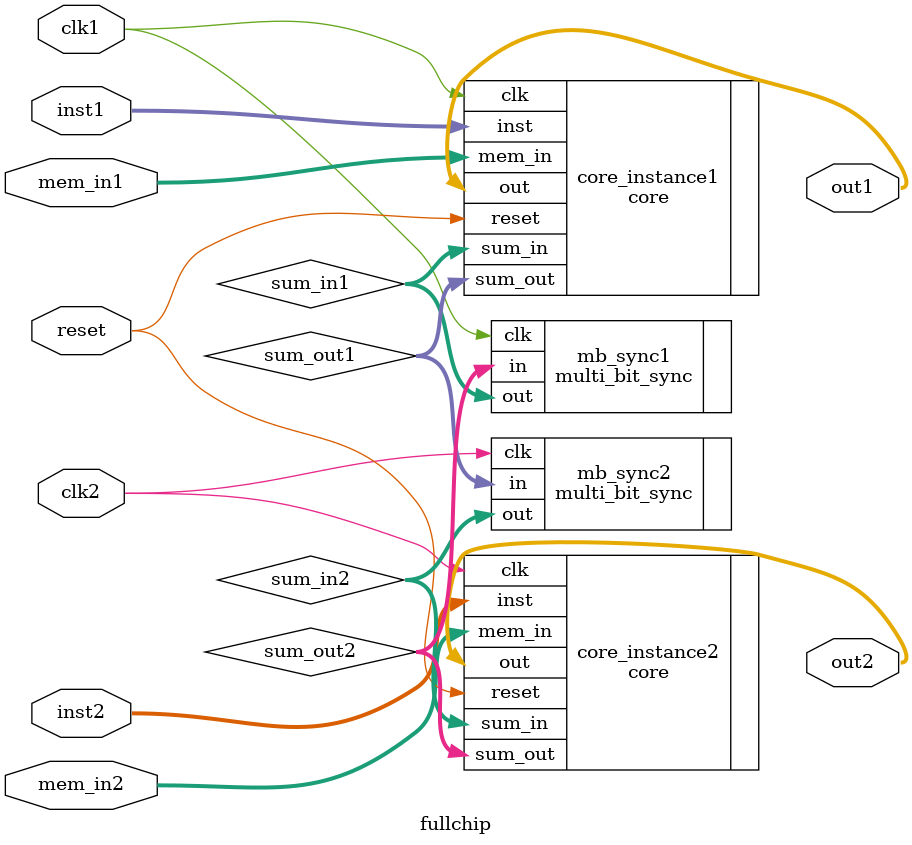
<source format=v>
module fullchip (clk1, clk2, mem_in1, mem_in2, inst1, inst2, reset, out1, out2);

parameter col = 8;
parameter bw = 4;
parameter bw_psum = 2*bw+4;
parameter pr = 16;

//Insert fifos for dual-core
parameter simd = 1;

input  clk1, clk2; 
input  [pr*bw-1:0] mem_in1,mem_in2; 
input  [18:0] inst1, inst2; //sfp added to core, 2 more bits instr needed 
input  reset;

wire [bw_psum+3:0] sum_in1,sum_in2;
wire [bw_psum+3:0] sum_out1,sum_out2;
output [bw_psum*col-1:0] out1,out2;


core #(.bw(bw), .bw_psum(bw_psum), .col(col), .pr(pr)) core_instance1 (
      .reset(reset), 
      .clk(clk1),
      .sum_in(sum_in1), 
      .sum_out(sum_out1),
      .out(out1),
      .mem_in(mem_in1), 
      .inst(inst1)
);

core #(.bw(bw), .bw_psum(bw_psum), .col(col), .pr(pr)) core_instance2 (
      .reset(reset), 
      .clk(clk2),
      .sum_in(sum_in2),  
      .sum_out(sum_out2),
      .out(out2),
      .mem_in(mem_in2), 
      .inst(inst2)
);

multi_bit_sync #(.bw(bw_psum+4)) mb_sync1 (
      .in(sum_out2),
      .clk(clk1),
      .out(sum_in1)
);

multi_bit_sync #(.bw(bw_psum+4)) mb_sync2 (
      .in(sum_out1),
      .clk(clk2),
      .out(sum_in2)
);
endmodule

</source>
